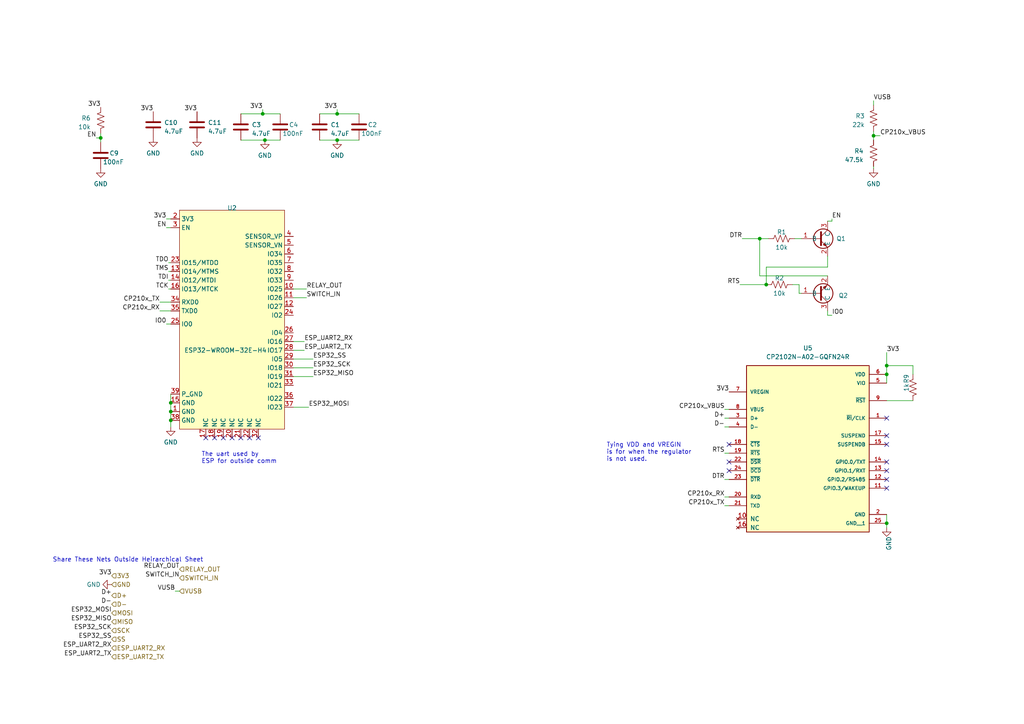
<source format=kicad_sch>
(kicad_sch (version 20230121) (generator eeschema)
  (paper "A4")
  (lib_symbols
    (symbol "esp32-socket-switcher:CP2102N-A02-GQFN24R" (pin_names (offset 1.016))
      (property "Reference" "U" (at -17.78 23.86 0))
      (property "Value" "CP2102N-A02-GQFN24R" (at -17.78 -27.94 0))
      (symbol "CP2102N-A02-GQFN24R_0_0"
        (rectangle (start -17.78 -25.4) (end 17.78 22.86) (stroke (width 0.254)) (fill (type background)))
        (pin bidirectional line (at 22.86 7.62 180) (length 5.08) (name "~{RI}/CLK") (number "1"))
        (pin bidirectional line (at 22.86 -12.7 180) (length 5.08) (name "GPIO.3/WAKEUP") (number "11"))
        (pin bidirectional line (at 22.86 -10.16 180) (length 5.08) (name "GPIO.2/RS485") (number "12"))
        (pin bidirectional line (at 22.86 -7.62 180) (length 5.08) (name "GPIO.1/RXT") (number "13"))
        (pin bidirectional line (at 22.86 -5.08 180) (length 5.08) (name "GPIO.0/TXT") (number "14"))
        (pin output line (at 22.86 0 180) (length 5.08) (name "SUSPENDB") (number "15"))
        (pin output line (at 22.86 2.54 180) (length 5.08) (name "SUSPEND") (number "17"))
        (pin input line (at -22.86 0 0) (length 5.08) (name "~{CTS}") (number "18"))
        (pin output line (at -22.86 -2.54 0) (length 5.08) (name "~{RTS}") (number "19"))
        (pin power_in line (at 22.86 -20.32 180) (length 5.08) (name "GND") (number "2"))
        (pin input line (at -22.86 -15.24 0) (length 5.08) (name "RXD") (number "20"))
        (pin output line (at -22.86 -17.78 0) (length 5.08) (name "TXD") (number "21"))
        (pin input line (at -22.86 -5.08 0) (length 5.08) (name "~{DSR}") (number "22"))
        (pin output line (at -22.86 -10.16 0) (length 5.08) (name "~{DTR}") (number "23"))
        (pin input line (at -22.86 -7.62 0) (length 5.08) (name "~{DCD}") (number "24"))
        (pin power_in line (at 22.86 -22.86 180) (length 5.08) (name "GND__1") (number "25"))
        (pin bidirectional line (at -22.86 7.62 0) (length 5.08) (name "D+") (number "3"))
        (pin bidirectional line (at -22.86 5.08 0) (length 5.08) (name "D-") (number "4"))
        (pin power_in line (at 22.86 17.78 180) (length 5.08) (name "VIO") (number "5"))
        (pin power_in line (at 22.86 20.32 180) (length 5.08) (name "VDD") (number "6"))
        (pin input line (at -22.86 15.24 0) (length 5.08) (name "VREGIN") (number "7"))
        (pin input line (at -22.86 10.16 0) (length 5.08) (name "VBUS") (number "8"))
        (pin bidirectional line (at 22.86 12.7 180) (length 5.08) (name "~{RST}") (number "9"))
      )
      (symbol "CP2102N-A02-GQFN24R_1_1"
        (pin no_connect line (at -20.32 -21.59 0) (length 2.54) (name "NC") (number "10"))
        (pin no_connect line (at -20.32 -24.13 0) (length 2.54) (name "NC") (number "16"))
      )
    )
    (symbol "esp32-socket-switcher:Capacitor" (pin_numbers hide) (pin_names (offset 0.254))
      (property "Reference" "C" (at 0.635 2.54 0))
      (property "Value" "Capacitor" (at 0.635 -2.54 0))
      (symbol "Capacitor_0_1"
        (polyline (pts (xy -2.032 -0.762) (xy 2.032 -0.762)) (stroke (width 0.508)))
        (polyline (pts (xy -2.032 0.762) (xy 2.032 0.762)) (stroke (width 0.508)))
      )
      (symbol "Capacitor_1_1"
        (pin passive line (at 0 3.81 270) (length 2.794) (name "~") (number "1"))
        (pin passive line (at 0 -3.81 90) (length 2.794) (name "~") (number "2"))
      )
    )
    (symbol "esp32-socket-switcher:ESP32-WROOM-32E-H4"
      (property "Reference" "U" (at 1.27 12.7 0))
      (property "Value" "ESP32-WROOM-32E-H4" (at -11.43 2.54 0))
      (symbol "ESP32-WROOM-32E-H4_0_1"
        (rectangle (start -15.24 36.83) (end 15.24 -26.67) (fill (type background)))
      )
      (symbol "ESP32-WROOM-32E-H4_1_1"
        (pin input line (at -17.78 -21.59 0) (length 2.54) (name "GND") (number "1"))
        (pin input line (at 17.78 13.97 180) (length 2.54) (name "IO25") (number "10"))
        (pin input line (at 17.78 11.43 180) (length 2.54) (name "IO26") (number "11"))
        (pin input line (at 17.78 8.89 180) (length 2.54) (name "IO27") (number "12"))
        (pin input line (at -17.78 19.05 0) (length 2.54) (name "IO14/MTMS") (number "13"))
        (pin input line (at -17.78 16.51 0) (length 2.54) (name "IO12/MTDI") (number "14"))
        (pin input line (at -17.78 -19.05 0) (length 2.54) (name "GND") (number "15"))
        (pin input line (at -17.78 13.97 0) (length 2.54) (name "IO13/MTCK") (number "16"))
        (pin input line (at -7.62 -29.21 90) (length 2.54) (name "NC") (number "17"))
        (pin input line (at -5.08 -29.21 90) (length 2.54) (name "NC") (number "18"))
        (pin input line (at -2.54 -29.21 90) (length 2.54) (name "NC") (number "19"))
        (pin input line (at -17.78 34.29 0) (length 2.54) (name "3V3") (number "2"))
        (pin input line (at 0 -29.21 90) (length 2.54) (name "NC") (number "20"))
        (pin input line (at 2.54 -29.21 90) (length 2.54) (name "NC") (number "21"))
        (pin input line (at 5.08 -29.21 90) (length 2.54) (name "NC") (number "22"))
        (pin input line (at -17.78 21.59 0) (length 2.54) (name "IO15/MTDO") (number "23"))
        (pin input line (at 17.78 6.35 180) (length 2.54) (name "IO2") (number "24"))
        (pin input line (at -17.78 3.81 0) (length 2.54) (name "IO0") (number "25"))
        (pin input line (at 17.78 1.27 180) (length 2.54) (name "IO4") (number "26"))
        (pin input line (at 17.78 -1.27 180) (length 2.54) (name "IO16") (number "27"))
        (pin input line (at 17.78 -3.81 180) (length 2.54) (name "IO17") (number "28"))
        (pin input line (at 17.78 -6.35 180) (length 2.54) (name "IO5") (number "29"))
        (pin input line (at -17.78 31.75 0) (length 2.54) (name "EN") (number "3"))
        (pin input line (at 17.78 -8.89 180) (length 2.54) (name "IO18") (number "30"))
        (pin input line (at 17.78 -11.43 180) (length 2.54) (name "IO19") (number "31"))
        (pin input line (at 7.62 -29.21 90) (length 2.54) (name "NC") (number "32"))
        (pin input line (at 17.78 -13.97 180) (length 2.54) (name "IO21") (number "33"))
        (pin input line (at -17.78 10.16 0) (length 2.54) (name "RXD0") (number "34"))
        (pin input line (at -17.78 7.62 0) (length 2.54) (name "TXD0") (number "35"))
        (pin input line (at 17.78 -17.78 180) (length 2.54) (name "IO22") (number "36"))
        (pin input line (at 17.78 -20.32 180) (length 2.54) (name "IO23") (number "37"))
        (pin input line (at -17.78 -24.13 0) (length 2.54) (name "GND") (number "38"))
        (pin input line (at -17.78 -16.51 0) (length 2.54) (name "P_GND") (number "39"))
        (pin input line (at 17.78 29.21 180) (length 2.54) (name "SENSOR_VP") (number "4"))
        (pin input line (at 17.78 26.67 180) (length 2.54) (name "SENSOR_VN") (number "5"))
        (pin input line (at 17.78 24.13 180) (length 2.54) (name "IO34") (number "6"))
        (pin input line (at 17.78 21.59 180) (length 2.54) (name "IO35") (number "7"))
        (pin input line (at 17.78 19.05 180) (length 2.54) (name "IO32") (number "8"))
        (pin input line (at 17.78 16.51 180) (length 2.54) (name "IO33") (number "9"))
      )
    )
    (symbol "esp32-socket-switcher:Resistor" (pin_numbers hide) (pin_names (offset 0))
      (property "Reference" "R" (at 2.54 0 90))
      (symbol "Resistor_0_1"
        (polyline (pts (xy 0 -2.286) (xy 0 -2.54)))
        (polyline (pts (xy 0 2.286) (xy 0 2.54)))
        (polyline (pts (xy 0 -0.762) (xy 1.016 -1.143) (xy 0 -1.524) (xy -1.016 -1.905) (xy 0 -2.286)))
        (polyline (pts (xy 0 0.762) (xy 1.016 0.381) (xy 0 0) (xy -1.016 -0.381) (xy 0 -0.762)))
        (polyline (pts (xy 0 2.286) (xy 1.016 1.905) (xy 0 1.524) (xy -1.016 1.143) (xy 0 0.762)))
      )
      (symbol "Resistor_1_1"
        (pin passive line (at 0 3.81 270) (length 1.27) (name "~") (number "1"))
        (pin passive line (at 0 -3.81 90) (length 1.27) (name "~") (number "2"))
      )
    )
    (symbol "esp32-socket-switcher:SS8050-G"
      (property "Reference" "Q" (at 2.54 3.81 0))
      (symbol "SS8050-G_0_1"
        (polyline (pts (xy 2.54 0) (xy 5.715 0)) (stroke (width 0.1524)))
        (polyline (pts (xy 5.715 0.635) (xy 7.62 2.54)))
        (polyline (pts (xy 7.874 -1.27) (xy 7.874 -1.27)) (stroke (width 0.1524)))
        (polyline (pts (xy 7.874 -1.27) (xy 7.874 -1.27)) (stroke (width 0.1524)))
        (polyline (pts (xy 5.715 -0.635) (xy 7.62 -2.54) (xy 7.62 -2.54)))
        (polyline (pts (xy 5.715 1.905) (xy 5.715 -1.905) (xy 5.715 -1.905)) (stroke (width 0.508)))
        (polyline (pts (xy 6.35 -1.778) (xy 6.858 -1.27) (xy 7.366 -2.286) (xy 6.35 -1.778) (xy 6.35 -1.778)) (fill (type outline)))
        (circle (center 6.35 0) (radius 2.8194) (stroke (width 0.254)))
      )
      (symbol "SS8050-G_1_1"
        (pin input line (at 0 0 0) (length 2.54) (name "B") (number "1"))
        (pin open_emitter line (at 7.62 -5.08 90) (length 2.54) (name "E") (number "2"))
        (pin open_collector line (at 7.62 5.08 270) (length 2.54) (name "C") (number "3"))
      )
    )
    (symbol "power:GND" (power) (pin_names (offset 0))
      (property "Value" "GND" (at 0 -3.81 0))
      (symbol "GND_0_1"
        (polyline (pts (xy 0 0) (xy 0 -1.27) (xy 1.27 -1.27) (xy 0 -2.54) (xy -1.27 -1.27) (xy 0 -1.27)))
      )
      (symbol "GND_1_1"
        (pin power_in line (at 0 0 270) (length 0) hide (name "GND") (number "1"))
      )
    )
  )
  (junction (at 220.345 69.215))
  (junction (at 257.175 151.765))
  (junction (at 257.175 108.585))
  (junction (at 97.79 40.64))
  (junction (at 253.365 39.37))
  (junction (at 222.25 82.55))
  (junction (at 29.21 40.005))
  (junction (at 49.53 119.38))
  (junction (at 76.835 40.64))
  (junction (at 257.175 106.045))
  (junction (at 76.2 33.02))
  (junction (at 49.53 116.84))
  (junction (at 49.53 121.92))
  (junction (at 97.79 33.02))
  (no_connect (at 62.23 127))
  (no_connect (at 64.77 127))
  (no_connect (at 59.69 127))
  (no_connect (at 74.93 127))
  (no_connect (at 257.175 136.525))
  (no_connect (at 257.175 133.985))
  (no_connect (at 211.455 133.985))
  (no_connect (at 69.85 127))
  (no_connect (at 257.175 128.905))
  (no_connect (at 67.31 127))
  (no_connect (at 72.39 127))
  (no_connect (at 257.175 121.285))
  (no_connect (at 257.175 141.605))
  (no_connect (at 257.175 126.365))
  (no_connect (at 211.455 136.525))
  (no_connect (at 211.455 128.905))
  (no_connect (at 257.175 139.065))
  (wire (pts (xy 50.8 171.45) (xy 52.07 171.45)))
  (wire (pts (xy 49.53 119.38) (xy 49.53 116.84)))
  (wire (pts (xy 241.3 91.44) (xy 240.03 91.44)))
  (wire (pts (xy 215.265 69.215) (xy 220.345 69.215)))
  (wire (pts (xy 90.805 104.14) (xy 85.09 104.14)))
  (wire (pts (xy 257.175 108.585) (xy 257.175 111.125)))
  (wire (pts (xy 257.175 102.235) (xy 257.175 106.045)))
  (wire (pts (xy 253.365 48.895) (xy 253.365 48.26)))
  (wire (pts (xy 240.03 77.47) (xy 222.25 77.47)))
  (wire (pts (xy 231.775 82.55) (xy 229.87 82.55)))
  (wire (pts (xy 210.185 139.065) (xy 211.455 139.065)))
  (wire (pts (xy 253.365 29.21) (xy 253.365 30.48)))
  (wire (pts (xy 29.21 40.005) (xy 29.21 41.275)))
  (wire (pts (xy 264.795 116.205) (xy 257.175 116.205)))
  (wire (pts (xy 97.79 33.02) (xy 92.71 33.02)))
  (wire (pts (xy 230.505 69.215) (xy 232.41 69.215)))
  (wire (pts (xy 76.835 40.64) (xy 81.28 40.64)))
  (wire (pts (xy 48.26 93.98) (xy 49.53 93.98)))
  (wire (pts (xy 257.175 106.045) (xy 257.175 108.585)))
  (wire (pts (xy 97.79 40.64) (xy 92.71 40.64)))
  (wire (pts (xy 46.355 90.17) (xy 49.53 90.17)))
  (wire (pts (xy 49.53 121.92) (xy 49.53 119.38)))
  (wire (pts (xy 210.185 146.685) (xy 211.455 146.685)))
  (wire (pts (xy 97.79 40.64) (xy 104.14 40.64)))
  (wire (pts (xy 264.795 106.045) (xy 257.175 106.045)))
  (wire (pts (xy 48.895 76.2) (xy 49.53 76.2)))
  (wire (pts (xy 48.26 66.04) (xy 49.53 66.04)))
  (wire (pts (xy 76.2 31.75) (xy 76.2 33.02)))
  (wire (pts (xy 257.175 153.035) (xy 257.175 151.765)))
  (wire (pts (xy 48.895 83.82) (xy 49.53 83.82)))
  (wire (pts (xy 257.175 151.765) (xy 257.175 149.225)))
  (wire (pts (xy 210.185 131.445) (xy 211.455 131.445)))
  (wire (pts (xy 49.53 123.825) (xy 49.53 121.92)))
  (wire (pts (xy 97.79 31.75) (xy 97.79 33.02)))
  (wire (pts (xy 240.03 74.295) (xy 240.03 77.47)))
  (wire (pts (xy 90.805 106.68) (xy 85.09 106.68)))
  (wire (pts (xy 29.21 38.735) (xy 29.21 40.005)))
  (wire (pts (xy 264.795 108.585) (xy 264.795 106.045)))
  (wire (pts (xy 69.85 33.02) (xy 76.2 33.02)))
  (wire (pts (xy 220.345 80.01) (xy 220.345 69.215)))
  (wire (pts (xy 27.94 40.005) (xy 29.21 40.005)))
  (wire (pts (xy 76.2 33.02) (xy 81.28 33.02)))
  (wire (pts (xy 231.775 85.09) (xy 231.775 82.55)))
  (wire (pts (xy 48.895 78.74) (xy 49.53 78.74)))
  (wire (pts (xy 231.775 85.09) (xy 232.41 85.09)))
  (wire (pts (xy 88.9 86.36) (xy 85.09 86.36)))
  (wire (pts (xy 214.63 82.55) (xy 222.25 82.55)))
  (wire (pts (xy 48.26 63.5) (xy 49.53 63.5)))
  (wire (pts (xy 210.185 118.745) (xy 211.455 118.745)))
  (wire (pts (xy 90.805 109.22) (xy 85.09 109.22)))
  (wire (pts (xy 240.03 91.44) (xy 240.03 90.17)))
  (wire (pts (xy 210.185 123.825) (xy 211.455 123.825)))
  (wire (pts (xy 241.3 64.135) (xy 240.03 64.135)))
  (wire (pts (xy 89.535 118.11) (xy 85.09 118.11)))
  (wire (pts (xy 220.345 69.215) (xy 222.885 69.215)))
  (wire (pts (xy 76.835 40.64) (xy 69.85 40.64)))
  (wire (pts (xy 88.265 99.06) (xy 85.09 99.06)))
  (wire (pts (xy 88.265 101.6) (xy 85.09 101.6)))
  (wire (pts (xy 49.53 114.3) (xy 49.53 116.84)))
  (wire (pts (xy 46.355 87.63) (xy 49.53 87.63)))
  (wire (pts (xy 88.9 83.82) (xy 85.09 83.82)))
  (wire (pts (xy 97.79 33.02) (xy 104.14 33.02)))
  (wire (pts (xy 253.365 38.1) (xy 253.365 39.37)))
  (wire (pts (xy 210.185 144.145) (xy 211.455 144.145)))
  (wire (pts (xy 253.365 39.37) (xy 253.365 40.64)))
  (wire (pts (xy 253.365 39.37) (xy 255.27 39.37)))
  (wire (pts (xy 210.185 121.285) (xy 211.455 121.285)))
  (wire (pts (xy 48.895 81.28) (xy 49.53 81.28)))
  (wire (pts (xy 222.25 77.47) (xy 222.25 82.55)))
  (wire (pts (xy 240.03 80.01) (xy 220.345 80.01)))
  (wire (pts (xy 241.3 63.5) (xy 241.3 64.135)))
  (text "Share These Nets Outside Heirarchical Sheet" (at 15.24 163.195 0) (effects (font (size 1.27 1.27)) (justify left bottom)))
  (text "Tying VDD and VREGIN \nis for when the regulator \nis not used." (at 175.895 133.985 0) (effects (font (size 1.27 1.27)) (justify left bottom)))
  (text "The uart used by\nESP for outside comm\n" (at 58.42 134.62 0) (effects (font (size 1.27 1.27)) (justify left bottom)))
  (label "EN" (at 27.94 40.005 180))
  (label "TDO" (at 48.895 76.2 180))
  (label "3V3" (at 97.79 31.75 180))
  (label "ESP32_MOSI" (at 89.535 118.11 0))
  (label "ESP_UART2_TX" (at 32.385 190.5 180))
  (label "TCK" (at 48.895 83.82 180))
  (label "RELAY_OUT" (at 52.07 165.1 180))
  (label "ESP32_MISO" (at 90.805 109.22 0))
  (label "CP210x_VBUS" (at 255.27 39.37 0))
  (label "3V3" (at 44.45 32.385 180))
  (label "CP210x_RX" (at 46.355 90.17 180))
  (label "3V3" (at 76.2 31.75 180))
  (label "CP210x_TX" (at 210.185 146.685 180))
  (label "3V3" (at 57.15 32.385 180))
  (label "D+" (at 32.385 172.72 180))
  (label "CP210x_RX" (at 210.185 144.145 180))
  (label "ESP32_SS" (at 32.385 185.42 180))
  (label "3V3" (at 211.455 113.665 180))
  (label "TMS" (at 48.895 78.74 180))
  (label "RTS" (at 210.185 131.445 180))
  (label "TDI" (at 48.895 81.28 180))
  (label "SWITCH_IN" (at 52.07 167.64 180))
  (label "EN" (at 48.26 66.04 180))
  (label "3V3" (at 29.21 31.115 180))
  (label "DTR" (at 210.185 139.065 180))
  (label "ESP32_MOSI" (at 32.385 177.8 180))
  (label "D-" (at 32.385 175.26 180))
  (label "SWITCH_IN" (at 88.9 86.36 0))
  (label "D+" (at 210.185 121.285 180))
  (label "CP210x_VBUS" (at 210.185 118.745 180))
  (label "RELAY_OUT" (at 88.9 83.82 0))
  (label "VUSB" (at 253.365 29.21 0))
  (label "ESP_UART2_RX" (at 88.265 99.06 0))
  (label "D-" (at 210.185 123.825 180))
  (label "IO0" (at 241.3 91.44 0))
  (label "3V3" (at 32.385 167.005 180))
  (label "CP210x_TX" (at 46.355 87.63 180))
  (label "DTR" (at 215.265 69.215 180))
  (label "ESP32_SCK" (at 90.805 106.68 0))
  (label "EN" (at 241.3 63.5 0))
  (label "3V3" (at 48.26 63.5 180))
  (label "ESP_UART2_RX" (at 32.385 187.96 180))
  (label "3V3" (at 257.175 102.235 0))
  (label "VUSB" (at 50.8 171.45 180))
  (label "ESP32_MISO" (at 32.385 180.34 180))
  (label "ESP_UART2_TX" (at 88.265 101.6 0))
  (label "ESP32_SS" (at 90.805 104.14 0))
  (label "IO0" (at 48.26 93.98 180))
  (label "ESP32_SCK" (at 32.385 182.88 180))
  (label "RTS" (at 214.63 82.55 180))
  (hierarchical_label "3V3" (shape input) (at 32.385 167.005 0))
  (hierarchical_label "SS" (shape input) (at 32.385 185.42 0))
  (hierarchical_label "ESP_UART2_TX" (shape input) (at 32.385 190.5 0))
  (hierarchical_label "VUSB" (shape input) (at 52.07 171.45 0))
  (hierarchical_label "D-" (shape input) (at 32.385 175.26 0))
  (hierarchical_label "MISO" (shape input) (at 32.385 180.34 0))
  (hierarchical_label "SCK" (shape input) (at 32.385 182.88 0))
  (hierarchical_label "SWITCH_IN" (shape input) (at 52.07 167.64 0))
  (hierarchical_label "RELAY_OUT" (shape input) (at 52.07 165.1 0))
  (hierarchical_label "GND" (shape input) (at 32.385 169.545 0))
  (hierarchical_label "ESP_UART2_RX" (shape input) (at 32.385 187.96 0))
  (hierarchical_label "D+" (shape input) (at 32.385 172.72 0))
  (hierarchical_label "MOSI" (shape input) (at 32.385 177.8 0))
  (symbol (lib_id "power:GND") (at 76.835 40.64 0) (unit 1)
    (property "Reference" "#PWR05" (effects hide))
    (property "Value" "GND" (at 76.835 45.085 0))
  )
  (symbol (lib_id "esp32-socket-switcher:Resistor") (at 253.365 34.29 0) (mirror x) (unit 1)
    (property "Reference" "R3" (at 250.825 33.655 0) (effects (justify right)))
    (property "Value" "22k" (at 250.825 36.195 0) (effects (justify right)))
    (property "Footprint" "esp32-socket-switcher:R_0402_1005Metric" (effects hide))
    (instances (project "esp32-socket-switcher" (path "" (reference "R3") (unit 1)) (path "" (reference "R4") (unit 1))))
  )
  (symbol (lib_id "esp32-socket-switcher:Capacitor") (at 29.21 45.085 0) (unit 1)
    (property "Reference" "C9" (at 31.75 44.45 0) (effects (justify left)))
    (property "Value" "100nF" (at 29.845 46.99 0) (effects (justify left)))
    (property "Footprint" "esp32-socket-switcher:C_0402_1005Metric" (effects hide))
  )
  (symbol (lib_id "esp32-socket-switcher:Capacitor") (at 92.71 36.83 0) (unit 1)
    (property "Reference" "C1" (at 95.885 36.195 0) (effects (justify left)))
    (property "Value" "4.7uF" (at 95.885 38.735 0) (effects (justify left)))
    (property "Footprint" "esp32-socket-switcher:C_0603_1608Metric" (effects hide))
  )
  (symbol (lib_id "power:GND") (at 44.45 40.005 0) (unit 1)
    (property "Reference" "#PWR021" (effects hide))
    (property "Value" "GND" (at 44.45 44.45 0))
  )
  (symbol (lib_id "esp32-socket-switcher:Capacitor") (at 104.14 36.83 0) (unit 1)
    (property "Reference" "C2" (at 106.68 36.195 0) (effects (justify left)))
    (property "Value" "100nF" (at 104.775 38.735 0) (effects (justify left)))
    (property "Footprint" "esp32-socket-switcher:C_0402_1005Metric" (effects hide))
  )
  (symbol (lib_id "esp32-socket-switcher:Capacitor") (at 57.15 36.195 0) (unit 1)
    (property "Reference" "C11" (at 60.325 35.56 0) (effects (justify left)))
    (property "Value" "4.7uF" (at 60.325 38.1 0) (effects (justify left)))
    (property "Footprint" "esp32-socket-switcher:C_0603_1608Metric" (effects hide))
  )
  (symbol (lib_id "esp32-socket-switcher:Capacitor") (at 69.85 36.83 0) (unit 1)
    (property "Reference" "C3" (at 73.025 36.195 0) (effects (justify left)))
    (property "Value" "4.7uF" (at 73.025 38.735 0) (effects (justify left)))
    (property "Footprint" "esp32-socket-switcher:C_0603_1608Metric" (effects hide))
  )
  (symbol (lib_id "esp32-socket-switcher:SS8050-G") (at 232.41 85.09 0) (mirror x) (unit 1)
    (property "Reference" "Q2" (at 243.205 85.725 0) (effects (justify left)))
    (property "Value" "SS8050-G" (effects hide))
    (property "Footprint" "esp32-socket-switcher:SOT-23-3" (effects hide))
  )
  (symbol (lib_id "power:GND") (at 97.79 40.64 0) (unit 1)
    (property "Reference" "#PWR04" (effects hide))
    (property "Value" "GND" (at 97.79 45.085 0))
    (instances (project "esp32-socket-switcher" (path "" (reference "#PWR04") (unit 1)) (path "" (reference "#PWR01") (unit 1))))
  )
  (symbol (lib_id "esp32-socket-switcher:Resistor") (at 264.795 112.395 0) (mirror x) (unit 1)
    (property "Reference" "R9" (at 262.89 109.855 90))
    (property "Value" "1k" (at 262.89 112.395 90))
    (property "Footprint" "esp32-socket-switcher:R_0402_1005Metric" (effects hide))
    (instances (project "esp32-socket-switcher" (path "" (reference "R9") (unit 1)) (path "" (reference "R3") (unit 1))))
  )
  (symbol (lib_id "esp32-socket-switcher:SS8050-G") (at 232.41 69.215 0) (unit 1)
    (property "Reference" "Q1" (at 242.57 69.215 0) (effects (justify left)))
    (property "Value" "SS8050-G" (effects hide))
    (property "Footprint" "esp32-socket-switcher:SOT-23-3" (effects hide))
  )
  (symbol (lib_id "esp32-socket-switcher:CP2102N-A02-GQFN24R") (at 234.315 128.905 0) (unit 1)
    (property "Reference" "U5" (at 234.315 100.965 0))
    (property "Value" "CP2102N-A02-GQFN24R" (at 234.315 103.505 0))
    (property "Footprint" "esp32-socket-switcher:QFN50P400X400X80-25N" (effects hide))
    (property "B_NOM" "0.24" (effects hide))
    (property "A_MAX" "0.8" (effects hide))
    (property "B_MIN" "0.18" (effects hide))
    (property "B_MAX" "0.3" (effects hide))
    (property "ENOM" "0.5" (effects hide))
    (property "D_NOM" "4.0" (effects hide))
    (property "D_MAX" "4.0" (effects hide))
    (property "L_MAX" "0.5" (effects hide))
    (property "E2_NOM" "2.45" (effects hide))
    (property "STANDARD" "IPC 7351B" (effects hide))
    (property "PARTREV" "1.3" (effects hide))
    (property "E_NOM" "4.0" (effects hide))
    (property "D2_NOM" "2.45" (effects hide))
    (property "L_NOM" "0.4" (effects hide))
    (property "MANUFACTURER" "Silicon Labs" (effects hide))
    (property "PIN_COUNT_E" "6.0" (effects hide))
    (property "PIN_COUNT_D" "6.0" (effects hide))
    (property "E_MIN" "4.0" (effects hide))
    (property "D_MIN" "4.0" (effects hide))
    (property "L_MIN" "0.3" (effects hide))
    (property "E_MAX" "4.0" (effects hide))
  )
  (symbol (lib_id "esp32-socket-switcher:Capacitor") (at 44.45 36.195 0) (unit 1)
    (property "Reference" "C10" (at 47.625 35.56 0) (effects (justify left)))
    (property "Value" "4.7uF" (at 47.625 38.1 0) (effects (justify left)))
    (property "Footprint" "esp32-socket-switcher:C_0603_1608Metric" (effects hide))
  )
  (symbol (lib_id "esp32-socket-switcher:Resistor") (at 226.695 69.215 90) (unit 1)
    (property "Reference" "R1" (at 226.695 67.31 90))
    (property "Value" "10k" (at 226.695 71.755 90))
    (property "Footprint" "esp32-socket-switcher:R_0402_1005Metric" (effects hide))
    (instances (project "esp32-socket-switcher" (path "" (reference "R1") (unit 1)) (path "" (reference "R2") (unit 1))))
  )
  (symbol (lib_id "esp32-socket-switcher:Resistor") (at 253.365 44.45 0) (mirror x) (unit 1)
    (property "Reference" "R4" (at 250.4766 43.815 0) (effects (justify right)))
    (property "Value" "47.5k" (at 250.4766 46.355 0) (effects (justify right)))
    (property "Footprint" "esp32-socket-switcher:R_0402_1005Metric" (effects hide))
    (instances (project "esp32-socket-switcher" (path "" (reference "R4") (unit 1)) (path "" (reference "R9") (unit 1))))
  )
  (symbol (lib_id "esp32-socket-switcher:Resistor") (at 29.21 34.925 0) (mirror x) (unit 1)
    (property "Reference" "R6" (at 26.3216 34.29 0) (effects (justify right)))
    (property "Value" "10k" (at 26.3216 36.83 0) (effects (justify right)))
    (property "Footprint" "esp32-socket-switcher:R_0402_1005Metric" (effects hide))
  )
  (symbol (lib_id "power:GND") (at 257.175 153.035 0) (unit 1)
    (property "Reference" "#PWR014" (effects hide))
    (property "Value" "GND" (at 257.81 155.575 90) (effects (justify right)))
    (instances (project "esp32-socket-switcher" (path "" (reference "#PWR014") (unit 1)) (path "" (reference "#PWR02") (unit 1))))
  )
  (symbol (lib_id "power:GND") (at 49.53 123.825 0) (unit 1)
    (property "Reference" "#PWR01" (effects hide))
    (property "Value" "GND" (at 49.53 128.27 0))
    (instances (project "esp32-socket-switcher" (path "" (reference "#PWR01") (unit 1)) (path "" (reference "#PWR04") (unit 1))))
  )
  (symbol (lib_id "esp32-socket-switcher:ESP32-WROOM-32E-H4") (at 67.31 97.79 0) (unit 1)
    (property "Reference" "U2" (at 67.31 60.325 0))
    (property "Value" "ESP32-WROOM-32E-H4" (at 65.405 101.6 0))
    (property "Footprint" "esp32-socket-switcher:ESP32-WROOM-32" (effects hide))
  )
  (symbol (lib_id "power:GND") (at 32.385 169.545 270) (unit 1)
    (property "Reference" "#PWR01" (effects hide))
    (property "Value" "GND" (at 29.21 169.545 90) (effects (justify right)))
    (instances (project "esp32-socket-switcher" (path "" (reference "#PWR01") (unit 1)) (path "" (reference "#PWR014") (unit 1))))
  )
  (symbol (lib_id "esp32-socket-switcher:Resistor") (at 226.06 82.55 90) (unit 1)
    (property "Reference" "R2" (at 226.06 80.645 90))
    (property "Value" "10k" (at 226.06 85.09 90))
    (property "Footprint" "esp32-socket-switcher:R_0402_1005Metric" (effects hide))
    (instances (project "esp32-socket-switcher" (path "" (reference "R2") (unit 1)) (path "" (reference "R1") (unit 1))))
  )
  (symbol (lib_id "power:GND") (at 253.365 48.895 0) (unit 1)
    (property "Reference" "#PWR02" (effects hide))
    (property "Value" "GND" (at 253.365 53.34 0))
    (instances (project "esp32-socket-switcher" (path "" (reference "#PWR02") (unit 1)) (path "" (reference "#PWR026") (unit 1))))
  )
  (symbol (lib_id "power:GND") (at 29.21 48.895 0) (unit 1)
    (property "Reference" "#PWR020" (effects hide))
    (property "Value" "GND" (at 29.21 53.34 0))
  )
  (symbol (lib_id "power:GND") (at 57.15 40.005 0) (unit 1)
    (property "Reference" "#PWR022" (effects hide))
    (property "Value" "GND" (at 57.15 44.45 0))
  )
  (symbol (lib_id "esp32-socket-switcher:Capacitor") (at 81.28 36.83 0) (unit 1)
    (property "Reference" "C4" (at 83.82 36.195 0) (effects (justify left)))
    (property "Value" "100nF" (at 81.915 38.735 0) (effects (justify left)))
    (property "Footprint" "esp32-socket-switcher:C_0402_1005Metric" (effects hide))
  )
)
</source>
